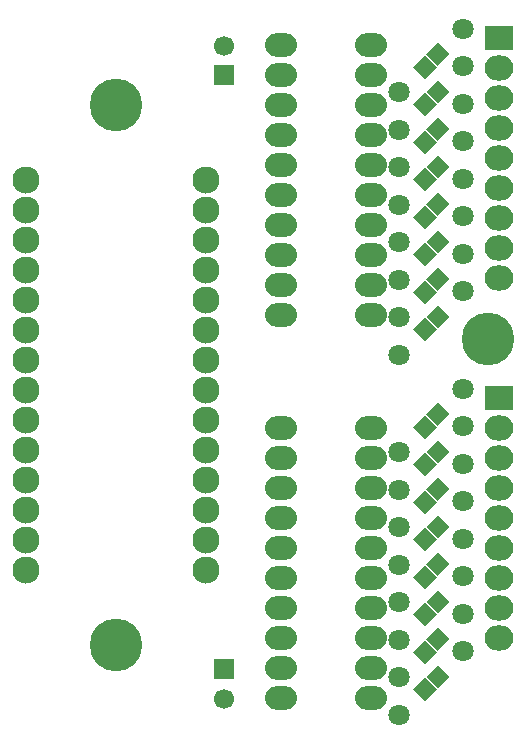
<source format=gbr>
G04 #@! TF.FileFunction,Soldermask,Top*
%FSLAX46Y46*%
G04 Gerber Fmt 4.6, Leading zero omitted, Abs format (unit mm)*
G04 Created by KiCad (PCBNEW (2015-09-22 BZR 6208)-product) date 10/22/2015 10:46:09 PM*
%MOMM*%
G01*
G04 APERTURE LIST*
%ADD10C,0.100000*%
%ADD11R,1.700000X1.700000*%
%ADD12C,1.700000*%
%ADD13C,1.797000*%
%ADD14C,2.300000*%
%ADD15O,2.700000X2.000000*%
%ADD16R,2.432000X2.127200*%
%ADD17O,2.432000X2.127200*%
%ADD18C,4.464000*%
G04 APERTURE END LIST*
D10*
D11*
X120904000Y-81280000D03*
D12*
X120904000Y-78780000D03*
D13*
X135735923Y-82704077D03*
X141124077Y-77315923D03*
D10*
G36*
X137891185Y-81550078D02*
X136889922Y-80548815D01*
X137891185Y-79547552D01*
X138892448Y-80548815D01*
X137891185Y-81550078D01*
X137891185Y-81550078D01*
G37*
G36*
X138968815Y-80472448D02*
X137967552Y-79471185D01*
X138968815Y-78469922D01*
X139970078Y-79471185D01*
X138968815Y-80472448D01*
X138968815Y-80472448D01*
G37*
D13*
X135735923Y-85879077D03*
X141124077Y-80490923D03*
D10*
G36*
X137891185Y-84725078D02*
X136889922Y-83723815D01*
X137891185Y-82722552D01*
X138892448Y-83723815D01*
X137891185Y-84725078D01*
X137891185Y-84725078D01*
G37*
G36*
X138968815Y-83647448D02*
X137967552Y-82646185D01*
X138968815Y-81644922D01*
X139970078Y-82646185D01*
X138968815Y-83647448D01*
X138968815Y-83647448D01*
G37*
D13*
X135735923Y-89054077D03*
X141124077Y-83665923D03*
D10*
G36*
X137891185Y-87900078D02*
X136889922Y-86898815D01*
X137891185Y-85897552D01*
X138892448Y-86898815D01*
X137891185Y-87900078D01*
X137891185Y-87900078D01*
G37*
G36*
X138968815Y-86822448D02*
X137967552Y-85821185D01*
X138968815Y-84819922D01*
X139970078Y-85821185D01*
X138968815Y-86822448D01*
X138968815Y-86822448D01*
G37*
D13*
X135735923Y-92229077D03*
X141124077Y-86840923D03*
D10*
G36*
X137891185Y-91075078D02*
X136889922Y-90073815D01*
X137891185Y-89072552D01*
X138892448Y-90073815D01*
X137891185Y-91075078D01*
X137891185Y-91075078D01*
G37*
G36*
X138968815Y-89997448D02*
X137967552Y-88996185D01*
X138968815Y-87994922D01*
X139970078Y-88996185D01*
X138968815Y-89997448D01*
X138968815Y-89997448D01*
G37*
D13*
X135735923Y-95404077D03*
X141124077Y-90015923D03*
D10*
G36*
X137891185Y-94250078D02*
X136889922Y-93248815D01*
X137891185Y-92247552D01*
X138892448Y-93248815D01*
X137891185Y-94250078D01*
X137891185Y-94250078D01*
G37*
G36*
X138968815Y-93172448D02*
X137967552Y-92171185D01*
X138968815Y-91169922D01*
X139970078Y-92171185D01*
X138968815Y-93172448D01*
X138968815Y-93172448D01*
G37*
D13*
X135735923Y-98579077D03*
X141124077Y-93190923D03*
D10*
G36*
X137891185Y-97425078D02*
X136889922Y-96423815D01*
X137891185Y-95422552D01*
X138892448Y-96423815D01*
X137891185Y-97425078D01*
X137891185Y-97425078D01*
G37*
G36*
X138968815Y-96347448D02*
X137967552Y-95346185D01*
X138968815Y-94344922D01*
X139970078Y-95346185D01*
X138968815Y-96347448D01*
X138968815Y-96347448D01*
G37*
D13*
X135735923Y-101754077D03*
X141124077Y-96365923D03*
D10*
G36*
X137891185Y-100600078D02*
X136889922Y-99598815D01*
X137891185Y-98597552D01*
X138892448Y-99598815D01*
X137891185Y-100600078D01*
X137891185Y-100600078D01*
G37*
G36*
X138968815Y-99522448D02*
X137967552Y-98521185D01*
X138968815Y-97519922D01*
X139970078Y-98521185D01*
X138968815Y-99522448D01*
X138968815Y-99522448D01*
G37*
D13*
X135735923Y-104929077D03*
X141124077Y-99540923D03*
D10*
G36*
X137891185Y-103775078D02*
X136889922Y-102773815D01*
X137891185Y-101772552D01*
X138892448Y-102773815D01*
X137891185Y-103775078D01*
X137891185Y-103775078D01*
G37*
G36*
X138968815Y-102697448D02*
X137967552Y-101696185D01*
X138968815Y-100694922D01*
X139970078Y-101696185D01*
X138968815Y-102697448D01*
X138968815Y-102697448D01*
G37*
D13*
X135735923Y-113184077D03*
X141124077Y-107795923D03*
D10*
G36*
X137891185Y-112030078D02*
X136889922Y-111028815D01*
X137891185Y-110027552D01*
X138892448Y-111028815D01*
X137891185Y-112030078D01*
X137891185Y-112030078D01*
G37*
G36*
X138968815Y-110952448D02*
X137967552Y-109951185D01*
X138968815Y-108949922D01*
X139970078Y-109951185D01*
X138968815Y-110952448D01*
X138968815Y-110952448D01*
G37*
D13*
X135735923Y-116359077D03*
X141124077Y-110970923D03*
D10*
G36*
X137891185Y-115205078D02*
X136889922Y-114203815D01*
X137891185Y-113202552D01*
X138892448Y-114203815D01*
X137891185Y-115205078D01*
X137891185Y-115205078D01*
G37*
G36*
X138968815Y-114127448D02*
X137967552Y-113126185D01*
X138968815Y-112124922D01*
X139970078Y-113126185D01*
X138968815Y-114127448D01*
X138968815Y-114127448D01*
G37*
D13*
X135735923Y-119534077D03*
X141124077Y-114145923D03*
D10*
G36*
X137891185Y-118380078D02*
X136889922Y-117378815D01*
X137891185Y-116377552D01*
X138892448Y-117378815D01*
X137891185Y-118380078D01*
X137891185Y-118380078D01*
G37*
G36*
X138968815Y-117302448D02*
X137967552Y-116301185D01*
X138968815Y-115299922D01*
X139970078Y-116301185D01*
X138968815Y-117302448D01*
X138968815Y-117302448D01*
G37*
D13*
X135735923Y-122709077D03*
X141124077Y-117320923D03*
D10*
G36*
X137891185Y-121555078D02*
X136889922Y-120553815D01*
X137891185Y-119552552D01*
X138892448Y-120553815D01*
X137891185Y-121555078D01*
X137891185Y-121555078D01*
G37*
G36*
X138968815Y-120477448D02*
X137967552Y-119476185D01*
X138968815Y-118474922D01*
X139970078Y-119476185D01*
X138968815Y-120477448D01*
X138968815Y-120477448D01*
G37*
D13*
X135735923Y-125884077D03*
X141124077Y-120495923D03*
D10*
G36*
X137891185Y-124730078D02*
X136889922Y-123728815D01*
X137891185Y-122727552D01*
X138892448Y-123728815D01*
X137891185Y-124730078D01*
X137891185Y-124730078D01*
G37*
G36*
X138968815Y-123652448D02*
X137967552Y-122651185D01*
X138968815Y-121649922D01*
X139970078Y-122651185D01*
X138968815Y-123652448D01*
X138968815Y-123652448D01*
G37*
D13*
X135735923Y-129059077D03*
X141124077Y-123670923D03*
D10*
G36*
X137891185Y-127905078D02*
X136889922Y-126903815D01*
X137891185Y-125902552D01*
X138892448Y-126903815D01*
X137891185Y-127905078D01*
X137891185Y-127905078D01*
G37*
G36*
X138968815Y-126827448D02*
X137967552Y-125826185D01*
X138968815Y-124824922D01*
X139970078Y-125826185D01*
X138968815Y-126827448D01*
X138968815Y-126827448D01*
G37*
D13*
X135735923Y-132234077D03*
X141124077Y-126845923D03*
D10*
G36*
X137891185Y-131080078D02*
X136889922Y-130078815D01*
X137891185Y-129077552D01*
X138892448Y-130078815D01*
X137891185Y-131080078D01*
X137891185Y-131080078D01*
G37*
G36*
X138968815Y-130002448D02*
X137967552Y-129001185D01*
X138968815Y-127999922D01*
X139970078Y-129001185D01*
X138968815Y-130002448D01*
X138968815Y-130002448D01*
G37*
D13*
X135735923Y-135409077D03*
X141124077Y-130020923D03*
D10*
G36*
X137891185Y-134255078D02*
X136889922Y-133253815D01*
X137891185Y-132252552D01*
X138892448Y-133253815D01*
X137891185Y-134255078D01*
X137891185Y-134255078D01*
G37*
G36*
X138968815Y-133177448D02*
X137967552Y-132176185D01*
X138968815Y-131174922D01*
X139970078Y-132176185D01*
X138968815Y-133177448D01*
X138968815Y-133177448D01*
G37*
D14*
X104140000Y-92710000D03*
X104140000Y-95250000D03*
X104140000Y-97790000D03*
X104140000Y-100330000D03*
X104140000Y-102870000D03*
X104140000Y-105410000D03*
X104140000Y-107950000D03*
X104140000Y-110490000D03*
X104140000Y-113030000D03*
X104140000Y-115570000D03*
X104140000Y-118110000D03*
X104140000Y-120650000D03*
X104140000Y-123190000D03*
X119380000Y-123190000D03*
X119380000Y-120650000D03*
X119380000Y-118110000D03*
X119380000Y-115570000D03*
X119380000Y-113030000D03*
X119380000Y-110490000D03*
X119380000Y-107950000D03*
X119380000Y-105410000D03*
X119380000Y-102870000D03*
X119380000Y-100330000D03*
X119380000Y-97790000D03*
X119380000Y-95250000D03*
X119380000Y-92710000D03*
X119380000Y-90170000D03*
X104140000Y-90170000D03*
D15*
X125730000Y-78740000D03*
X125730000Y-81280000D03*
X125730000Y-83820000D03*
X125730000Y-86360000D03*
X125730000Y-88900000D03*
X125730000Y-91440000D03*
X125730000Y-93980000D03*
X125730000Y-96520000D03*
X125730000Y-99060000D03*
X125730000Y-101600000D03*
X133350000Y-101600000D03*
X133350000Y-99060000D03*
X133350000Y-96520000D03*
X133350000Y-93980000D03*
X133350000Y-91440000D03*
X133350000Y-88900000D03*
X133350000Y-86360000D03*
X133350000Y-83820000D03*
X133350000Y-81280000D03*
X133350000Y-78740000D03*
X125730000Y-111125000D03*
X125730000Y-113665000D03*
X125730000Y-116205000D03*
X125730000Y-118745000D03*
X125730000Y-121285000D03*
X125730000Y-123825000D03*
X125730000Y-126365000D03*
X125730000Y-128905000D03*
X125730000Y-131445000D03*
X125730000Y-133985000D03*
X133350000Y-133985000D03*
X133350000Y-131445000D03*
X133350000Y-128905000D03*
X133350000Y-126365000D03*
X133350000Y-123825000D03*
X133350000Y-121285000D03*
X133350000Y-118745000D03*
X133350000Y-116205000D03*
X133350000Y-113665000D03*
X133350000Y-111125000D03*
D16*
X144145000Y-108585000D03*
D17*
X144145000Y-111125000D03*
X144145000Y-113665000D03*
X144145000Y-116205000D03*
X144145000Y-118745000D03*
X144145000Y-121285000D03*
X144145000Y-123825000D03*
X144145000Y-126365000D03*
X144145000Y-128905000D03*
D16*
X144145000Y-78105000D03*
D17*
X144145000Y-80645000D03*
X144145000Y-83185000D03*
X144145000Y-85725000D03*
X144145000Y-88265000D03*
X144145000Y-90805000D03*
X144145000Y-93345000D03*
X144145000Y-95885000D03*
X144145000Y-98425000D03*
D11*
X120904000Y-131572000D03*
D12*
X120904000Y-134072000D03*
D18*
X111760000Y-83820000D03*
X111760000Y-129540000D03*
X143256000Y-103632000D03*
M02*

</source>
